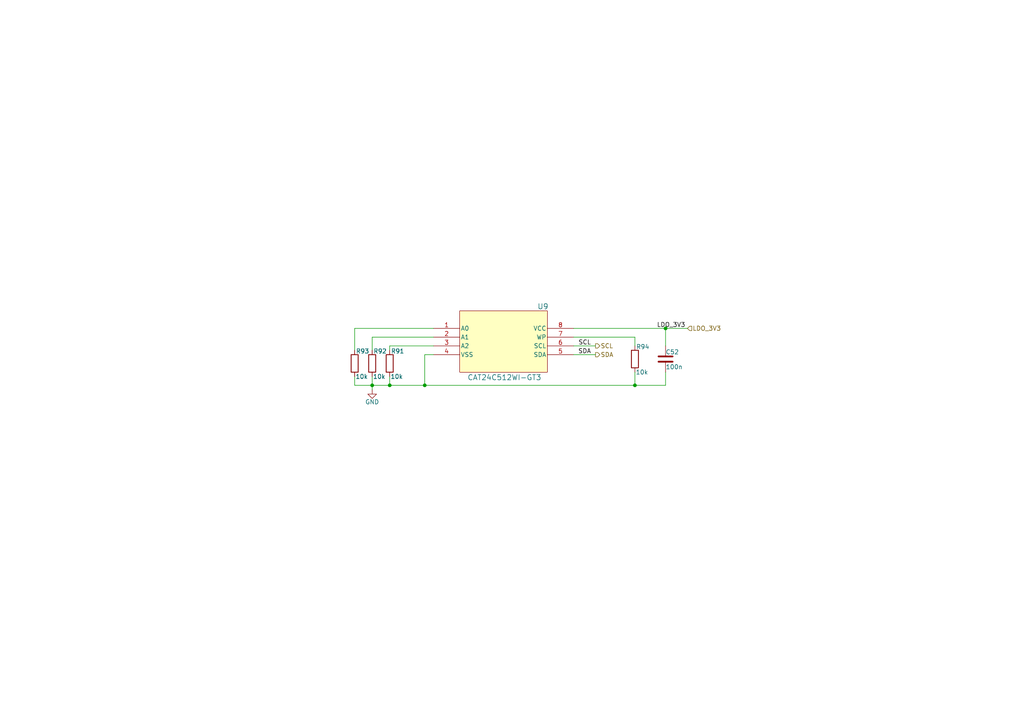
<source format=kicad_sch>
(kicad_sch (version 20250114) (generator "eeschema") (generator_version "9.0")
  (paper "A4")
  (lib_symbols
    (symbol "CAT24C512WI:CAT24C512WI-GT3" (pin_names (offset 0.254))
      (property "Reference" "U" (at 20.32 10.16 0))
      (property "Value" "CAT24C512WI-GT3" (at 20.32 7.62 0))
      (symbol "CAT24C512WI-GT3_0_1"
        (pin unspecified line (at 0 0 0) (length 7.62) (name "A0") (number "1"))
        (pin unspecified line (at 0 -2.54 0) (length 7.62) (name "A1") (number "2"))
        (pin unspecified line (at 0 -5.08 0) (length 7.62) (name "A2") (number "3"))
        (pin power_in line (at 0 -7.62 0) (length 7.62) (name "VSS") (number "4"))
        (pin power_in line (at 40.64 0 180) (length 7.62) (name "VCC") (number "8"))
        (pin unspecified line (at 40.64 -2.54 180) (length 7.62) (name "WP") (number "7"))
        (pin unspecified line (at 40.64 -5.08 180) (length 7.62) (name "SCL") (number "6"))
        (pin unspecified line (at 40.64 -7.62 180) (length 7.62) (name "SDA") (number "5"))
      )
      (symbol "CAT24C512WI-GT3_1_1"
        (rectangle (start 7.62 5.08) (end 33.02 -12.7) (fill (type background)))
      )
    )
    (symbol "Device:C" (pin_numbers (hide yes)) (pin_names (offset 0.254))
      (property "Reference" "C" (at 0.635 2.54 0))
      (property "Value" "C" (at 0.635 -2.54 0))
      (symbol "C_0_1"
        (polyline (pts (xy -2.032 0.762) (xy 2.032 0.762)) (stroke (width 0.508)))
        (polyline (pts (xy -2.032 -0.762) (xy 2.032 -0.762)) (stroke (width 0.508)))
      )
      (symbol "C_1_1"
        (pin passive line (at 0 3.81 270) (length 2.794) (name "~") (number "1"))
        (pin passive line (at 0 -3.81 90) (length 2.794) (name "~") (number "2"))
      )
    )
    (symbol "Device:R" (pin_numbers (hide yes)) (pin_names (offset 0))
      (property "Reference" "R" (at 2.032 0 90))
      (property "Value" "R" (at 0 0 90))
      (symbol "R_0_1"
        (rectangle (start -1.016 -2.54) (end 1.016 2.54) (stroke (width 0.254)))
      )
      (symbol "R_1_1"
        (pin passive line (at 0 3.81 270) (length 1.27) (name "~") (number "1"))
        (pin passive line (at 0 -3.81 90) (length 1.27) (name "~") (number "2"))
      )
    )
    (symbol "power:GND" (power) (pin_numbers (hide yes)) (pin_names (offset 0) (hide yes))
      (property "Value" "GND" (at 0 -3.81 0))
      (symbol "GND_0_1"
        (polyline (pts (xy 0 0) (xy 0 -1.27) (xy 1.27 -1.27) (xy 0 -2.54) (xy -1.27 -1.27) (xy 0 -1.27)))
      )
      (symbol "GND_1_1"
        (pin power_in line (at 0 0 270) (length 0) (name "~") (number "1"))
      )
    )
  )
  (junction (at 113.03 111.76))
  (junction (at 193.04 95.25))
  (junction (at 184.15 111.76))
  (junction (at 123.19 111.76))
  (junction (at 107.95 111.76))
  (wire (pts (xy 113.03 111.76) (xy 113.03 109.22)))
  (wire (pts (xy 123.19 111.76) (xy 113.03 111.76)))
  (wire (pts (xy 107.95 97.79) (xy 125.73 97.79)))
  (wire (pts (xy 184.15 97.79) (xy 184.15 100.33)))
  (wire (pts (xy 107.95 101.6) (xy 107.95 97.79)))
  (wire (pts (xy 113.03 100.33) (xy 125.73 100.33)))
  (wire (pts (xy 113.03 101.6) (xy 113.03 100.33)))
  (wire (pts (xy 102.87 95.25) (xy 102.87 101.6)))
  (wire (pts (xy 184.15 107.95) (xy 184.15 111.76)))
  (wire (pts (xy 184.15 111.76) (xy 193.04 111.76)))
  (wire (pts (xy 107.95 111.76) (xy 113.03 111.76)))
  (wire (pts (xy 166.37 95.25) (xy 193.04 95.25)))
  (wire (pts (xy 193.04 100.33) (xy 193.04 95.25)))
  (wire (pts (xy 102.87 109.22) (xy 102.87 111.76)))
  (wire (pts (xy 193.04 107.95) (xy 193.04 111.76)))
  (wire (pts (xy 166.37 100.33) (xy 172.72 100.33)))
  (wire (pts (xy 123.19 111.76) (xy 184.15 111.76)))
  (wire (pts (xy 193.04 95.25) (xy 199.39 95.25)))
  (wire (pts (xy 102.87 111.76) (xy 107.95 111.76)))
  (wire (pts (xy 107.95 111.76) (xy 107.95 113.03)))
  (wire (pts (xy 125.73 95.25) (xy 102.87 95.25)))
  (wire (pts (xy 166.37 97.79) (xy 184.15 97.79)))
  (wire (pts (xy 166.37 102.87) (xy 172.72 102.87)))
  (wire (pts (xy 123.19 102.87) (xy 123.19 111.76)))
  (wire (pts (xy 107.95 109.22) (xy 107.95 111.76)))
  (wire (pts (xy 125.73 102.87) (xy 123.19 102.87)))
  (label "LDO_3V3" (at 190.5 95.25 0))
  (label "SCL" (at 171.45 100.33 180))
  (label "SDA" (at 171.45 102.87 180))
  (hierarchical_label "LDO_3V3" (shape input) (at 199.39 95.25 0))
  (hierarchical_label "SCL" (shape output) (at 172.72 100.33 0))
  (hierarchical_label "SDA" (shape output) (at 172.72 102.87 0))
  (symbol (lib_id "Device:R") (at 113.03 105.41 180) (unit 1)
    (property "Reference" "R91" (at 115.316 101.854 0))
    (property "Value" "10k" (at 115.062 109.22 0))
    (property "Description" "Resistor" (effects (hide yes)))
  )
  (symbol (lib_id "power:GND") (at 107.95 113.03 0) (unit 1)
    (property "Reference" "#PWR034" (effects (hide yes)))
    (property "Value" "GND" (at 109.982 116.586 0) (effects (justify right)))
    (property "Description" "Power symbol creates a global label with name \"GND\" , ground" (effects (hide yes)))
  )
  (symbol (lib_id "Device:R") (at 107.95 105.41 180) (unit 1)
    (property "Reference" "R92" (at 110.236 101.854 0))
    (property "Value" "10k" (at 109.982 109.22 0))
    (property "Description" "Resistor" (effects (hide yes)))
  )
  (symbol (lib_id "Device:C") (at 193.04 104.14 0) (unit 1)
    (property "Reference" "C52" (at 193.04 102.108 0) (effects (justify left)))
    (property "Value" "100n" (at 193.04 106.426 0) (effects (justify left)))
    (property "Description" "Unpolarized capacitor" (effects (hide yes)))
  )
  (symbol (lib_id "Device:R") (at 184.15 104.14 180) (unit 1)
    (property "Reference" "R94" (at 186.436 100.584 0))
    (property "Value" "10k" (at 186.182 107.95 0))
    (property "Description" "Resistor" (effects (hide yes)))
  )
  (symbol (lib_id "Device:R") (at 102.87 105.41 180) (unit 1)
    (property "Reference" "R93" (at 105.156 101.854 0))
    (property "Value" "10k" (at 104.902 109.22 0))
    (property "Description" "Resistor" (effects (hide yes)))
  )
  (symbol (lib_id "CAT24C512WI:CAT24C512WI-GT3") (at 125.73 95.25 0) (unit 1)
    (property "Reference" "U9" (at 157.48 88.9 0) (effects (font (size 1.524 1.524))))
    (property "Value" "CAT24C512WI-GT3" (at 146.304 109.474 0) (effects (font (size 1.524 1.524))))
    (property "Footprint" "SOIC8_ONS" (effects (hide yes)))
    (property "Datasheet" "CAT24C512WI-GT3" (effects (hide yes)))
  )
)
</source>
